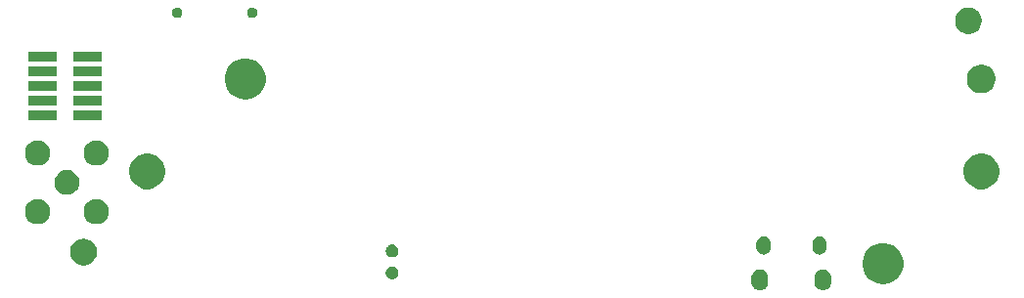
<source format=gbr>
G04 #@! TF.GenerationSoftware,KiCad,Pcbnew,5.0.2-bee76a0~70~ubuntu18.04.1*
G04 #@! TF.CreationDate,2019-04-01T00:38:36-04:00*
G04 #@! TF.ProjectId,L-Clip-V0,4c2d436c-6970-42d5-9630-2e6b69636164,rev?*
G04 #@! TF.SameCoordinates,Original*
G04 #@! TF.FileFunction,Soldermask,Bot*
G04 #@! TF.FilePolarity,Negative*
%FSLAX46Y46*%
G04 Gerber Fmt 4.6, Leading zero omitted, Abs format (unit mm)*
G04 Created by KiCad (PCBNEW 5.0.2-bee76a0~70~ubuntu18.04.1) date Mon 01 Apr 2019 12:38:36 AM EDT*
%MOMM*%
%LPD*%
G01*
G04 APERTURE LIST*
%ADD10C,0.100000*%
G04 APERTURE END LIST*
D10*
G36*
X171087277Y-100524701D02*
X171224094Y-100566204D01*
X171350184Y-100633601D01*
X171460701Y-100724299D01*
X171551399Y-100834815D01*
X171618796Y-100960905D01*
X171660299Y-101097722D01*
X171670800Y-101204345D01*
X171670800Y-101625654D01*
X171660299Y-101732277D01*
X171618796Y-101869095D01*
X171551399Y-101995185D01*
X171460701Y-102105701D01*
X171350185Y-102196399D01*
X171224095Y-102263796D01*
X171087278Y-102305299D01*
X170945000Y-102319312D01*
X170802723Y-102305299D01*
X170665906Y-102263796D01*
X170539816Y-102196399D01*
X170429299Y-102105701D01*
X170338601Y-101995185D01*
X170271204Y-101869095D01*
X170229701Y-101732278D01*
X170219200Y-101625655D01*
X170219200Y-101204346D01*
X170229701Y-101097723D01*
X170271204Y-100960906D01*
X170338601Y-100834816D01*
X170429299Y-100724299D01*
X170539815Y-100633601D01*
X170665905Y-100566204D01*
X170802722Y-100524701D01*
X170945000Y-100510688D01*
X171087277Y-100524701D01*
X171087277Y-100524701D01*
G37*
G36*
X176547277Y-100524701D02*
X176684094Y-100566204D01*
X176810184Y-100633601D01*
X176920701Y-100724299D01*
X177011399Y-100834815D01*
X177078796Y-100960905D01*
X177120299Y-101097722D01*
X177130800Y-101204345D01*
X177130800Y-101625654D01*
X177120299Y-101732277D01*
X177078796Y-101869095D01*
X177011399Y-101995185D01*
X176920701Y-102105701D01*
X176810185Y-102196399D01*
X176684095Y-102263796D01*
X176547278Y-102305299D01*
X176405000Y-102319312D01*
X176262723Y-102305299D01*
X176125906Y-102263796D01*
X175999816Y-102196399D01*
X175889299Y-102105701D01*
X175798601Y-101995185D01*
X175731204Y-101869095D01*
X175689701Y-101732278D01*
X175679200Y-101625655D01*
X175679200Y-101204346D01*
X175689701Y-101097723D01*
X175731204Y-100960906D01*
X175798601Y-100834816D01*
X175889299Y-100724299D01*
X175999815Y-100633601D01*
X176125905Y-100566204D01*
X176262722Y-100524701D01*
X176405000Y-100510688D01*
X176547277Y-100524701D01*
X176547277Y-100524701D01*
G37*
G36*
X181889261Y-98246948D02*
X182117984Y-98292443D01*
X182441154Y-98426305D01*
X182732008Y-98620647D01*
X182979353Y-98867992D01*
X183173695Y-99158846D01*
X183307557Y-99482016D01*
X183375800Y-99825100D01*
X183375800Y-100174900D01*
X183307557Y-100517984D01*
X183173695Y-100841154D01*
X182979353Y-101132008D01*
X182732008Y-101379353D01*
X182441154Y-101573695D01*
X182117984Y-101707557D01*
X181889261Y-101753052D01*
X181774901Y-101775800D01*
X181425099Y-101775800D01*
X181310739Y-101753052D01*
X181082016Y-101707557D01*
X180758846Y-101573695D01*
X180467992Y-101379353D01*
X180220647Y-101132008D01*
X180026305Y-100841154D01*
X179892443Y-100517984D01*
X179824200Y-100174900D01*
X179824200Y-99825100D01*
X179892443Y-99482016D01*
X180026305Y-99158846D01*
X180220647Y-98867992D01*
X180467992Y-98620647D01*
X180758846Y-98426305D01*
X181082016Y-98292443D01*
X181310739Y-98246948D01*
X181425099Y-98224200D01*
X181774901Y-98224200D01*
X181889261Y-98246948D01*
X181889261Y-98246948D01*
G37*
G36*
X139189720Y-100256256D02*
X139260664Y-100270367D01*
X139360900Y-100311886D01*
X139360902Y-100311887D01*
X139406008Y-100342027D01*
X139451116Y-100372167D01*
X139527833Y-100448884D01*
X139588114Y-100539100D01*
X139629633Y-100639336D01*
X139650800Y-100745752D01*
X139650800Y-100854248D01*
X139629633Y-100960664D01*
X139588114Y-101060900D01*
X139527833Y-101151116D01*
X139451116Y-101227833D01*
X139406008Y-101257973D01*
X139360902Y-101288113D01*
X139360901Y-101288114D01*
X139360900Y-101288114D01*
X139260664Y-101329633D01*
X139189720Y-101343744D01*
X139154249Y-101350800D01*
X139045751Y-101350800D01*
X139010280Y-101343744D01*
X138939336Y-101329633D01*
X138839100Y-101288114D01*
X138839099Y-101288114D01*
X138839098Y-101288113D01*
X138793992Y-101257973D01*
X138748884Y-101227833D01*
X138672167Y-101151116D01*
X138611886Y-101060900D01*
X138570367Y-100960664D01*
X138549200Y-100854248D01*
X138549200Y-100745752D01*
X138570367Y-100639336D01*
X138611886Y-100539100D01*
X138672167Y-100448884D01*
X138748884Y-100372167D01*
X138793992Y-100342027D01*
X138839098Y-100311887D01*
X138839100Y-100311886D01*
X138939336Y-100270367D01*
X139010280Y-100256256D01*
X139045751Y-100249200D01*
X139154249Y-100249200D01*
X139189720Y-100256256D01*
X139189720Y-100256256D01*
G37*
G36*
X112587455Y-97863942D02*
X112735678Y-97893425D01*
X112945106Y-97980173D01*
X112945108Y-97980174D01*
X113133592Y-98106115D01*
X113293885Y-98266408D01*
X113400725Y-98426305D01*
X113419827Y-98454894D01*
X113506575Y-98664322D01*
X113536058Y-98812545D01*
X113542719Y-98846028D01*
X113550800Y-98886657D01*
X113550800Y-99113343D01*
X113506575Y-99335678D01*
X113445959Y-99482018D01*
X113419826Y-99545108D01*
X113293885Y-99733592D01*
X113133592Y-99893885D01*
X112945108Y-100019826D01*
X112945107Y-100019827D01*
X112945106Y-100019827D01*
X112735678Y-100106575D01*
X112587455Y-100136058D01*
X112513344Y-100150800D01*
X112286656Y-100150800D01*
X112212545Y-100136058D01*
X112064322Y-100106575D01*
X111854894Y-100019827D01*
X111854893Y-100019827D01*
X111854892Y-100019826D01*
X111666408Y-99893885D01*
X111506115Y-99733592D01*
X111380174Y-99545108D01*
X111354041Y-99482018D01*
X111293425Y-99335678D01*
X111249200Y-99113343D01*
X111249200Y-98886657D01*
X111257282Y-98846028D01*
X111263942Y-98812545D01*
X111293425Y-98664322D01*
X111380173Y-98454894D01*
X111399276Y-98426305D01*
X111506115Y-98266408D01*
X111666408Y-98106115D01*
X111854892Y-97980174D01*
X111854894Y-97980173D01*
X112064322Y-97893425D01*
X112212545Y-97863942D01*
X112286656Y-97849200D01*
X112513344Y-97849200D01*
X112587455Y-97863942D01*
X112587455Y-97863942D01*
G37*
G36*
X139189720Y-98356256D02*
X139260664Y-98370367D01*
X139360900Y-98411886D01*
X139360902Y-98411887D01*
X139406008Y-98442026D01*
X139451116Y-98472167D01*
X139527833Y-98548884D01*
X139527834Y-98548886D01*
X139575784Y-98620646D01*
X139588114Y-98639100D01*
X139629633Y-98739336D01*
X139650800Y-98845752D01*
X139650800Y-98954248D01*
X139629633Y-99060664D01*
X139588114Y-99160900D01*
X139527833Y-99251116D01*
X139451116Y-99327833D01*
X139439378Y-99335676D01*
X139360902Y-99388113D01*
X139360901Y-99388114D01*
X139360900Y-99388114D01*
X139260664Y-99429633D01*
X139189720Y-99443744D01*
X139154249Y-99450800D01*
X139045751Y-99450800D01*
X139010280Y-99443744D01*
X138939336Y-99429633D01*
X138839100Y-99388114D01*
X138839099Y-99388114D01*
X138839098Y-99388113D01*
X138760622Y-99335676D01*
X138748884Y-99327833D01*
X138672167Y-99251116D01*
X138611886Y-99160900D01*
X138570367Y-99060664D01*
X138549200Y-98954248D01*
X138549200Y-98845752D01*
X138570367Y-98739336D01*
X138611886Y-98639100D01*
X138624217Y-98620646D01*
X138672166Y-98548886D01*
X138672167Y-98548884D01*
X138748884Y-98472167D01*
X138793992Y-98442027D01*
X138839098Y-98411887D01*
X138839100Y-98411886D01*
X138939336Y-98370367D01*
X139010280Y-98356256D01*
X139045751Y-98349200D01*
X139154249Y-98349200D01*
X139189720Y-98356256D01*
X139189720Y-98356256D01*
G37*
G36*
X171372776Y-97622893D02*
X171486028Y-97657247D01*
X171590401Y-97713036D01*
X171681885Y-97788115D01*
X171756964Y-97879598D01*
X171812753Y-97983971D01*
X171847107Y-98097223D01*
X171855800Y-98185485D01*
X171855800Y-98644514D01*
X171847107Y-98732776D01*
X171812753Y-98846029D01*
X171756964Y-98950402D01*
X171681885Y-99041885D01*
X171590402Y-99116964D01*
X171486029Y-99172753D01*
X171372777Y-99207107D01*
X171255000Y-99218707D01*
X171137224Y-99207107D01*
X171023972Y-99172753D01*
X170919599Y-99116964D01*
X170828116Y-99041885D01*
X170753037Y-98950402D01*
X170697247Y-98846029D01*
X170662893Y-98732777D01*
X170654200Y-98644515D01*
X170654200Y-98185486D01*
X170662893Y-98097224D01*
X170697247Y-97983972D01*
X170753036Y-97879599D01*
X170828115Y-97788115D01*
X170919598Y-97713036D01*
X171023971Y-97657247D01*
X171137223Y-97622893D01*
X171255000Y-97611293D01*
X171372776Y-97622893D01*
X171372776Y-97622893D01*
G37*
G36*
X176212776Y-97622893D02*
X176326028Y-97657247D01*
X176430401Y-97713036D01*
X176521885Y-97788115D01*
X176596964Y-97879598D01*
X176652753Y-97983971D01*
X176687107Y-98097223D01*
X176695800Y-98185485D01*
X176695800Y-98644514D01*
X176687107Y-98732776D01*
X176652753Y-98846029D01*
X176596964Y-98950402D01*
X176521885Y-99041885D01*
X176430402Y-99116964D01*
X176326029Y-99172753D01*
X176212777Y-99207107D01*
X176095000Y-99218707D01*
X175977224Y-99207107D01*
X175863972Y-99172753D01*
X175759599Y-99116964D01*
X175668116Y-99041885D01*
X175593037Y-98950402D01*
X175537247Y-98846029D01*
X175502893Y-98732777D01*
X175494200Y-98644515D01*
X175494200Y-98185486D01*
X175502893Y-98097224D01*
X175537247Y-97983972D01*
X175593036Y-97879599D01*
X175668115Y-97788115D01*
X175759598Y-97713036D01*
X175863971Y-97657247D01*
X175977223Y-97622893D01*
X176095000Y-97611293D01*
X176212776Y-97622893D01*
X176212776Y-97622893D01*
G37*
G36*
X113818583Y-94449772D02*
X114017351Y-94532105D01*
X114196237Y-94651633D01*
X114348367Y-94803763D01*
X114467895Y-94982649D01*
X114550228Y-95181417D01*
X114592200Y-95392428D01*
X114592200Y-95607572D01*
X114550228Y-95818583D01*
X114467895Y-96017351D01*
X114348367Y-96196237D01*
X114196237Y-96348367D01*
X114017351Y-96467895D01*
X113818583Y-96550228D01*
X113607572Y-96592200D01*
X113392428Y-96592200D01*
X113181417Y-96550228D01*
X112982649Y-96467895D01*
X112803763Y-96348367D01*
X112651633Y-96196237D01*
X112532105Y-96017351D01*
X112449772Y-95818583D01*
X112407800Y-95607572D01*
X112407800Y-95392428D01*
X112449772Y-95181417D01*
X112532105Y-94982649D01*
X112651633Y-94803763D01*
X112803763Y-94651633D01*
X112982649Y-94532105D01*
X113181417Y-94449772D01*
X113392428Y-94407800D01*
X113607572Y-94407800D01*
X113818583Y-94449772D01*
X113818583Y-94449772D01*
G37*
G36*
X108738583Y-94449772D02*
X108937351Y-94532105D01*
X109116237Y-94651633D01*
X109268367Y-94803763D01*
X109387895Y-94982649D01*
X109470228Y-95181417D01*
X109512200Y-95392428D01*
X109512200Y-95607572D01*
X109470228Y-95818583D01*
X109387895Y-96017351D01*
X109268367Y-96196237D01*
X109116237Y-96348367D01*
X108937351Y-96467895D01*
X108738583Y-96550228D01*
X108527572Y-96592200D01*
X108312428Y-96592200D01*
X108101417Y-96550228D01*
X107902649Y-96467895D01*
X107723763Y-96348367D01*
X107571633Y-96196237D01*
X107452105Y-96017351D01*
X107369772Y-95818583D01*
X107327800Y-95607572D01*
X107327800Y-95392428D01*
X107369772Y-95181417D01*
X107452105Y-94982649D01*
X107571633Y-94803763D01*
X107723763Y-94651633D01*
X107902649Y-94532105D01*
X108101417Y-94449772D01*
X108312428Y-94407800D01*
X108527572Y-94407800D01*
X108738583Y-94449772D01*
X108738583Y-94449772D01*
G37*
G36*
X111271175Y-91934196D02*
X111465317Y-92014612D01*
X111640047Y-92131363D01*
X111788637Y-92279953D01*
X111905388Y-92454683D01*
X111985804Y-92648825D01*
X112026800Y-92854929D01*
X112026800Y-93065071D01*
X111985804Y-93271175D01*
X111905388Y-93465317D01*
X111788637Y-93640047D01*
X111640047Y-93788637D01*
X111465317Y-93905388D01*
X111271175Y-93985804D01*
X111065071Y-94026800D01*
X110854929Y-94026800D01*
X110648825Y-93985804D01*
X110454683Y-93905388D01*
X110279953Y-93788637D01*
X110131363Y-93640047D01*
X110014612Y-93465317D01*
X109934196Y-93271175D01*
X109893200Y-93065071D01*
X109893200Y-92854929D01*
X109934196Y-92648825D01*
X110014612Y-92454683D01*
X110131363Y-92279953D01*
X110279953Y-92131363D01*
X110454683Y-92014612D01*
X110648825Y-91934196D01*
X110854929Y-91893200D01*
X111065071Y-91893200D01*
X111271175Y-91934196D01*
X111271175Y-91934196D01*
G37*
G36*
X118342352Y-90508796D02*
X118624579Y-90625699D01*
X118878578Y-90795415D01*
X119094585Y-91011422D01*
X119264301Y-91265421D01*
X119381204Y-91547648D01*
X119440800Y-91847259D01*
X119440800Y-92152741D01*
X119381204Y-92452352D01*
X119264301Y-92734579D01*
X119094585Y-92988578D01*
X118878578Y-93204585D01*
X118624579Y-93374301D01*
X118342352Y-93491204D01*
X118042741Y-93550800D01*
X117737259Y-93550800D01*
X117437648Y-93491204D01*
X117155421Y-93374301D01*
X116901422Y-93204585D01*
X116685415Y-92988578D01*
X116515699Y-92734579D01*
X116398796Y-92452352D01*
X116339200Y-92152741D01*
X116339200Y-91847259D01*
X116398796Y-91547648D01*
X116515699Y-91265421D01*
X116685415Y-91011422D01*
X116901422Y-90795415D01*
X117155421Y-90625699D01*
X117437648Y-90508796D01*
X117737259Y-90449200D01*
X118042741Y-90449200D01*
X118342352Y-90508796D01*
X118342352Y-90508796D01*
G37*
G36*
X190562352Y-90508796D02*
X190844579Y-90625699D01*
X191098578Y-90795415D01*
X191314585Y-91011422D01*
X191484301Y-91265421D01*
X191601204Y-91547648D01*
X191660800Y-91847259D01*
X191660800Y-92152741D01*
X191601204Y-92452352D01*
X191484301Y-92734579D01*
X191314585Y-92988578D01*
X191098578Y-93204585D01*
X190844579Y-93374301D01*
X190562352Y-93491204D01*
X190262741Y-93550800D01*
X189957259Y-93550800D01*
X189657648Y-93491204D01*
X189375421Y-93374301D01*
X189121422Y-93204585D01*
X188905415Y-92988578D01*
X188735699Y-92734579D01*
X188618796Y-92452352D01*
X188559200Y-92152741D01*
X188559200Y-91847259D01*
X188618796Y-91547648D01*
X188735699Y-91265421D01*
X188905415Y-91011422D01*
X189121422Y-90795415D01*
X189375421Y-90625699D01*
X189657648Y-90508796D01*
X189957259Y-90449200D01*
X190262741Y-90449200D01*
X190562352Y-90508796D01*
X190562352Y-90508796D01*
G37*
G36*
X113818583Y-89369772D02*
X114017351Y-89452105D01*
X114196237Y-89571633D01*
X114348367Y-89723763D01*
X114467895Y-89902649D01*
X114550228Y-90101417D01*
X114592200Y-90312428D01*
X114592200Y-90527572D01*
X114550228Y-90738583D01*
X114467895Y-90937351D01*
X114348367Y-91116237D01*
X114196237Y-91268367D01*
X114017351Y-91387895D01*
X113818583Y-91470228D01*
X113607572Y-91512200D01*
X113392428Y-91512200D01*
X113181417Y-91470228D01*
X112982649Y-91387895D01*
X112803763Y-91268367D01*
X112651633Y-91116237D01*
X112532105Y-90937351D01*
X112449772Y-90738583D01*
X112407800Y-90527572D01*
X112407800Y-90312428D01*
X112449772Y-90101417D01*
X112532105Y-89902649D01*
X112651633Y-89723763D01*
X112803763Y-89571633D01*
X112982649Y-89452105D01*
X113181417Y-89369772D01*
X113392428Y-89327800D01*
X113607572Y-89327800D01*
X113818583Y-89369772D01*
X113818583Y-89369772D01*
G37*
G36*
X108738583Y-89369772D02*
X108937351Y-89452105D01*
X109116237Y-89571633D01*
X109268367Y-89723763D01*
X109387895Y-89902649D01*
X109470228Y-90101417D01*
X109512200Y-90312428D01*
X109512200Y-90527572D01*
X109470228Y-90738583D01*
X109387895Y-90937351D01*
X109268367Y-91116237D01*
X109116237Y-91268367D01*
X108937351Y-91387895D01*
X108738583Y-91470228D01*
X108527572Y-91512200D01*
X108312428Y-91512200D01*
X108101417Y-91470228D01*
X107902649Y-91387895D01*
X107723763Y-91268367D01*
X107571633Y-91116237D01*
X107452105Y-90937351D01*
X107369772Y-90738583D01*
X107327800Y-90527572D01*
X107327800Y-90312428D01*
X107369772Y-90101417D01*
X107452105Y-89902649D01*
X107571633Y-89723763D01*
X107723763Y-89571633D01*
X107902649Y-89452105D01*
X108101417Y-89369772D01*
X108312428Y-89327800D01*
X108527572Y-89327800D01*
X108738583Y-89369772D01*
X108738583Y-89369772D01*
G37*
G36*
X110100800Y-87610800D02*
X107599200Y-87610800D01*
X107599200Y-86769200D01*
X110100800Y-86769200D01*
X110100800Y-87610800D01*
X110100800Y-87610800D01*
G37*
G36*
X114000800Y-87610800D02*
X111499200Y-87610800D01*
X111499200Y-86769200D01*
X114000800Y-86769200D01*
X114000800Y-87610800D01*
X114000800Y-87610800D01*
G37*
G36*
X110100800Y-86340800D02*
X107599200Y-86340800D01*
X107599200Y-85499200D01*
X110100800Y-85499200D01*
X110100800Y-86340800D01*
X110100800Y-86340800D01*
G37*
G36*
X114000800Y-86340800D02*
X111499200Y-86340800D01*
X111499200Y-85499200D01*
X114000800Y-85499200D01*
X114000800Y-86340800D01*
X114000800Y-86340800D01*
G37*
G36*
X126689261Y-82246948D02*
X126917984Y-82292443D01*
X127241154Y-82426305D01*
X127532008Y-82620647D01*
X127779353Y-82867992D01*
X127973695Y-83158846D01*
X128107557Y-83482016D01*
X128107557Y-83482018D01*
X128170967Y-83800800D01*
X128175800Y-83825100D01*
X128175800Y-84174900D01*
X128107557Y-84517984D01*
X127973695Y-84841154D01*
X127779353Y-85132008D01*
X127532008Y-85379353D01*
X127241154Y-85573695D01*
X126917984Y-85707557D01*
X126689261Y-85753052D01*
X126574901Y-85775800D01*
X126225099Y-85775800D01*
X126110739Y-85753052D01*
X125882016Y-85707557D01*
X125558846Y-85573695D01*
X125267992Y-85379353D01*
X125020647Y-85132008D01*
X124826305Y-84841154D01*
X124692443Y-84517984D01*
X124624200Y-84174900D01*
X124624200Y-83825100D01*
X124629034Y-83800800D01*
X124692443Y-83482018D01*
X124692443Y-83482016D01*
X124826305Y-83158846D01*
X125020647Y-82867992D01*
X125267992Y-82620647D01*
X125558846Y-82426305D01*
X125882016Y-82292443D01*
X126110739Y-82246948D01*
X126225099Y-82224200D01*
X126574901Y-82224200D01*
X126689261Y-82246948D01*
X126689261Y-82246948D01*
G37*
G36*
X190473387Y-82802075D02*
X190700106Y-82895985D01*
X190700108Y-82895986D01*
X190794714Y-82959200D01*
X190904153Y-83032325D01*
X191077675Y-83205847D01*
X191214015Y-83409894D01*
X191307925Y-83636613D01*
X191355800Y-83877299D01*
X191355800Y-84122701D01*
X191307925Y-84363387D01*
X191214015Y-84590106D01*
X191077675Y-84794153D01*
X190904153Y-84967675D01*
X190802130Y-85035845D01*
X190700108Y-85104014D01*
X190700107Y-85104015D01*
X190700106Y-85104015D01*
X190473387Y-85197925D01*
X190232701Y-85245800D01*
X189987299Y-85245800D01*
X189746613Y-85197925D01*
X189519894Y-85104015D01*
X189519893Y-85104015D01*
X189519892Y-85104014D01*
X189417871Y-85035845D01*
X189315847Y-84967675D01*
X189142325Y-84794153D01*
X189005985Y-84590106D01*
X188912075Y-84363387D01*
X188864200Y-84122701D01*
X188864200Y-83877299D01*
X188912075Y-83636613D01*
X189005985Y-83409894D01*
X189142325Y-83205847D01*
X189315847Y-83032325D01*
X189425286Y-82959200D01*
X189519892Y-82895986D01*
X189519894Y-82895985D01*
X189746613Y-82802075D01*
X189987299Y-82754200D01*
X190232701Y-82754200D01*
X190473387Y-82802075D01*
X190473387Y-82802075D01*
G37*
G36*
X114000800Y-85070800D02*
X111499200Y-85070800D01*
X111499200Y-84229200D01*
X114000800Y-84229200D01*
X114000800Y-85070800D01*
X114000800Y-85070800D01*
G37*
G36*
X110100800Y-85070800D02*
X107599200Y-85070800D01*
X107599200Y-84229200D01*
X110100800Y-84229200D01*
X110100800Y-85070800D01*
X110100800Y-85070800D01*
G37*
G36*
X114000800Y-83800800D02*
X111499200Y-83800800D01*
X111499200Y-82959200D01*
X114000800Y-82959200D01*
X114000800Y-83800800D01*
X114000800Y-83800800D01*
G37*
G36*
X110100800Y-83800800D02*
X107599200Y-83800800D01*
X107599200Y-82959200D01*
X110100800Y-82959200D01*
X110100800Y-83800800D01*
X110100800Y-83800800D01*
G37*
G36*
X114000800Y-82530800D02*
X111499200Y-82530800D01*
X111499200Y-81689200D01*
X114000800Y-81689200D01*
X114000800Y-82530800D01*
X114000800Y-82530800D01*
G37*
G36*
X110100800Y-82530800D02*
X107599200Y-82530800D01*
X107599200Y-81689200D01*
X110100800Y-81689200D01*
X110100800Y-82530800D01*
X110100800Y-82530800D01*
G37*
G36*
X189187455Y-77813942D02*
X189335678Y-77843425D01*
X189545106Y-77930173D01*
X189545108Y-77930174D01*
X189733592Y-78056115D01*
X189893885Y-78216408D01*
X189945998Y-78294400D01*
X190019827Y-78404894D01*
X190106575Y-78614322D01*
X190150800Y-78836657D01*
X190150800Y-79063343D01*
X190106575Y-79285678D01*
X190019827Y-79495106D01*
X190019826Y-79495108D01*
X189893885Y-79683592D01*
X189733592Y-79843885D01*
X189545108Y-79969826D01*
X189545107Y-79969827D01*
X189545106Y-79969827D01*
X189335678Y-80056575D01*
X189187455Y-80086058D01*
X189113344Y-80100800D01*
X188886656Y-80100800D01*
X188812545Y-80086058D01*
X188664322Y-80056575D01*
X188454894Y-79969827D01*
X188454893Y-79969827D01*
X188454892Y-79969826D01*
X188266408Y-79843885D01*
X188106115Y-79683592D01*
X187980174Y-79495108D01*
X187980173Y-79495106D01*
X187893425Y-79285678D01*
X187849200Y-79063343D01*
X187849200Y-78836657D01*
X187893425Y-78614322D01*
X187980173Y-78404894D01*
X188054003Y-78294400D01*
X188106115Y-78216408D01*
X188266408Y-78056115D01*
X188454892Y-77930174D01*
X188454894Y-77930173D01*
X188664322Y-77843425D01*
X188812545Y-77813942D01*
X188886656Y-77799200D01*
X189113344Y-77799200D01*
X189187455Y-77813942D01*
X189187455Y-77813942D01*
G37*
G36*
X127131494Y-77816524D02*
X127196439Y-77843425D01*
X127213534Y-77850506D01*
X127287368Y-77899841D01*
X127350159Y-77962632D01*
X127399494Y-78036466D01*
X127433476Y-78118507D01*
X127450800Y-78205600D01*
X127450800Y-78294400D01*
X127433476Y-78381493D01*
X127399494Y-78463534D01*
X127350159Y-78537368D01*
X127287368Y-78600159D01*
X127213534Y-78649494D01*
X127213533Y-78649495D01*
X127213532Y-78649495D01*
X127131494Y-78683476D01*
X127044400Y-78700800D01*
X126955600Y-78700800D01*
X126868506Y-78683476D01*
X126786468Y-78649495D01*
X126786467Y-78649495D01*
X126786466Y-78649494D01*
X126712632Y-78600159D01*
X126649841Y-78537368D01*
X126600506Y-78463534D01*
X126566524Y-78381493D01*
X126549200Y-78294400D01*
X126549200Y-78205600D01*
X126566524Y-78118507D01*
X126600506Y-78036466D01*
X126649841Y-77962632D01*
X126712632Y-77899841D01*
X126786466Y-77850506D01*
X126803561Y-77843425D01*
X126868506Y-77816524D01*
X126955600Y-77799200D01*
X127044400Y-77799200D01*
X127131494Y-77816524D01*
X127131494Y-77816524D01*
G37*
G36*
X120631494Y-77816524D02*
X120696439Y-77843425D01*
X120713534Y-77850506D01*
X120787368Y-77899841D01*
X120850159Y-77962632D01*
X120899494Y-78036466D01*
X120933476Y-78118507D01*
X120950800Y-78205600D01*
X120950800Y-78294400D01*
X120933476Y-78381493D01*
X120899494Y-78463534D01*
X120850159Y-78537368D01*
X120787368Y-78600159D01*
X120713534Y-78649494D01*
X120713533Y-78649495D01*
X120713532Y-78649495D01*
X120631494Y-78683476D01*
X120544400Y-78700800D01*
X120455600Y-78700800D01*
X120368506Y-78683476D01*
X120286468Y-78649495D01*
X120286467Y-78649495D01*
X120286466Y-78649494D01*
X120212632Y-78600159D01*
X120149841Y-78537368D01*
X120100506Y-78463534D01*
X120066524Y-78381493D01*
X120049200Y-78294400D01*
X120049200Y-78205600D01*
X120066524Y-78118507D01*
X120100506Y-78036466D01*
X120149841Y-77962632D01*
X120212632Y-77899841D01*
X120286466Y-77850506D01*
X120303561Y-77843425D01*
X120368506Y-77816524D01*
X120455600Y-77799200D01*
X120544400Y-77799200D01*
X120631494Y-77816524D01*
X120631494Y-77816524D01*
G37*
M02*

</source>
